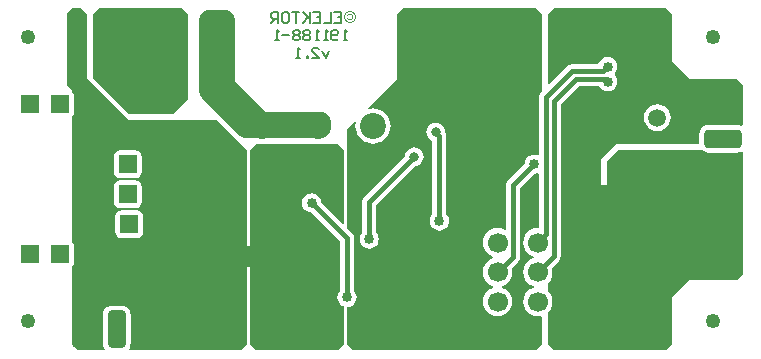
<source format=gbl>
%FSLAX44Y44*%
%MOMM*%
G71*
G01*
G75*
G04 Layer_Physical_Order=2*
G04 Layer_Color=16711680*
%ADD10R,2.5000X2.3000*%
%ADD11R,1.2500X1.7500*%
%ADD12R,2.3000X2.5000*%
%ADD13R,1.7500X1.2500*%
%ADD14R,0.4318X1.4224*%
%ADD15R,2.4130X3.0988*%
%ADD16R,1.7272X0.5334*%
%ADD17R,2.0000X2.2000*%
%ADD18O,1.7000X0.3000*%
%ADD19R,1.5700X1.8800*%
%ADD20R,2.0000X4.1000*%
%ADD21C,0.4000*%
%ADD22C,1.8000*%
%ADD23C,1.2500*%
%ADD24C,0.5080*%
%ADD25C,1.7000*%
%ADD26C,0.3000*%
%ADD27C,0.6000*%
%ADD28C,0.1524*%
%ADD29C,2.2000*%
%ADD30C,1.5000*%
%ADD31C,0.7000*%
%ADD32C,1.2500*%
%ADD33C,0.6500*%
G04:AMPARAMS|DCode=34|XSize=3.2mm|YSize=1.6mm|CornerRadius=0.4mm|HoleSize=0mm|Usage=FLASHONLY|Rotation=90.000|XOffset=0mm|YOffset=0mm|HoleType=Round|Shape=RoundedRectangle|*
%AMROUNDEDRECTD34*
21,1,3.2000,0.8000,0,0,90.0*
21,1,2.4000,1.6000,0,0,90.0*
1,1,0.8000,0.4000,1.2000*
1,1,0.8000,0.4000,-1.2000*
1,1,0.8000,-0.4000,-1.2000*
1,1,0.8000,-0.4000,1.2000*
%
%ADD34ROUNDEDRECTD34*%
G04:AMPARAMS|DCode=35|XSize=3.2mm|YSize=1.6mm|CornerRadius=0.4mm|HoleSize=0mm|Usage=FLASHONLY|Rotation=180.000|XOffset=0mm|YOffset=0mm|HoleType=Round|Shape=RoundedRectangle|*
%AMROUNDEDRECTD35*
21,1,3.2000,0.8000,0,0,180.0*
21,1,2.4000,1.6000,0,0,180.0*
1,1,0.8000,-1.2000,0.4000*
1,1,0.8000,1.2000,0.4000*
1,1,0.8000,1.2000,-0.4000*
1,1,0.8000,-1.2000,-0.4000*
%
%ADD35ROUNDEDRECTD35*%
%ADD36C,1.7000*%
G04:AMPARAMS|DCode=37|XSize=1.6mm|YSize=1.6mm|CornerRadius=0.16mm|HoleSize=0mm|Usage=FLASHONLY|Rotation=180.000|XOffset=0mm|YOffset=0mm|HoleType=Round|Shape=RoundedRectangle|*
%AMROUNDEDRECTD37*
21,1,1.6000,1.2800,0,0,180.0*
21,1,1.2800,1.6000,0,0,180.0*
1,1,0.3200,-0.6400,0.6400*
1,1,0.3200,0.6400,0.6400*
1,1,0.3200,0.6400,-0.6400*
1,1,0.3200,-0.6400,-0.6400*
%
%ADD37ROUNDEDRECTD37*%
%ADD38C,0.8500*%
%ADD39C,1.1000*%
%ADD40C,0.8050*%
%ADD41C,0.8000*%
G36*
X297500Y25000D02*
Y-37463D01*
X296327Y-37949D01*
X278092Y-19714D01*
X277852Y-17896D01*
X277040Y-15935D01*
X275748Y-14252D01*
X274065Y-12960D01*
X272104Y-12148D01*
X270000Y-11870D01*
X267896Y-12148D01*
X265935Y-12960D01*
X264251Y-14252D01*
X262960Y-15935D01*
X262148Y-17896D01*
X261870Y-20000D01*
X262148Y-22104D01*
X262960Y-24065D01*
X264251Y-25749D01*
X265935Y-27040D01*
X267896Y-27852D01*
X269714Y-28092D01*
X294076Y-52454D01*
Y-94480D01*
X292960Y-95935D01*
X292148Y-97896D01*
X291870Y-100000D01*
X292148Y-102104D01*
X292960Y-104065D01*
X294252Y-105749D01*
X295935Y-107040D01*
X297500Y-107689D01*
Y-140000D01*
X292500Y-145000D01*
X222500D01*
X217500Y-140000D01*
Y25000D01*
X222500Y30000D01*
X292500D01*
X297500Y25000D01*
D02*
G37*
G36*
X80000Y140000D02*
Y85000D01*
X115000Y50000D01*
X130000D01*
X190000Y50000D01*
X200000Y40000D01*
X215000Y25000D01*
Y-140000D01*
X210000Y-145000D01*
X115676D01*
X115114Y-143861D01*
X115822Y-142939D01*
X116609Y-141039D01*
X116877Y-139000D01*
Y-115000D01*
X116609Y-112961D01*
X115822Y-111061D01*
X114570Y-109430D01*
X112939Y-108178D01*
X111039Y-107391D01*
X109000Y-107123D01*
X101000D01*
X98961Y-107391D01*
X97061Y-108178D01*
X95430Y-109430D01*
X94178Y-111061D01*
X93391Y-112961D01*
X93123Y-115000D01*
Y-139000D01*
X93391Y-141039D01*
X94178Y-142939D01*
X94886Y-143861D01*
X94324Y-145000D01*
X72500D01*
X67500Y-140000D01*
Y-73801D01*
X67500Y-73800D01*
X68696Y-72011D01*
X69116Y-69900D01*
Y-57100D01*
X68696Y-54989D01*
X67500Y-53200D01*
X67500Y-53199D01*
X67500Y53274D01*
X68646Y54989D01*
X69066Y57100D01*
Y69900D01*
X68646Y72011D01*
X67500Y73726D01*
Y75000D01*
X62500Y80000D01*
Y140000D01*
X67500Y145000D01*
X75000D01*
X80000Y140000D01*
D02*
G37*
G36*
X302712Y142419D02*
X302953Y142406D01*
X303398Y142330D01*
X303817Y142228D01*
X304007Y142165D01*
X304185Y142101D01*
X304350Y142038D01*
X304503Y141974D01*
X304630Y141923D01*
X304744Y141873D01*
X304833Y141834D01*
X304897Y141796D01*
X304935Y141784D01*
X304947Y141771D01*
X305163Y141644D01*
X305379Y141504D01*
X305570Y141365D01*
X305747Y141212D01*
X305912Y141060D01*
X306078Y140895D01*
X306217Y140742D01*
X306344Y140603D01*
X306446Y140463D01*
X306548Y140336D01*
X306636Y140222D01*
X306700Y140120D01*
X306751Y140031D01*
X306801Y139968D01*
X306814Y139930D01*
X306827Y139917D01*
X306941Y139688D01*
X307043Y139460D01*
X307144Y139231D01*
X307221Y139015D01*
X307335Y138596D01*
X307386Y138393D01*
X307411Y138202D01*
X307449Y138037D01*
X307462Y137885D01*
X307475Y137745D01*
X307487Y137631D01*
X307500Y137529D01*
Y137466D01*
Y137415D01*
Y137402D01*
X307487Y137161D01*
X307475Y136920D01*
X307398Y136462D01*
X307297Y136043D01*
X307233Y135853D01*
X307170Y135662D01*
X307106Y135497D01*
X307043Y135345D01*
X306992Y135218D01*
X306941Y135104D01*
X306903Y135015D01*
X306865Y134951D01*
X306852Y134913D01*
X306840Y134900D01*
X306713Y134684D01*
X306573Y134481D01*
X306420Y134291D01*
X306268Y134113D01*
X306116Y133948D01*
X305963Y133795D01*
X305811Y133656D01*
X305658Y133529D01*
X305532Y133414D01*
X305392Y133313D01*
X305278Y133237D01*
X305176Y133173D01*
X305100Y133110D01*
X305036Y133071D01*
X304998Y133059D01*
X304985Y133046D01*
X304757Y132932D01*
X304528Y132830D01*
X304312Y132741D01*
X304084Y132665D01*
X303665Y132551D01*
X303461Y132500D01*
X303284Y132475D01*
X303106Y132437D01*
X302953Y132424D01*
X302826Y132411D01*
X302699Y132398D01*
X302610Y132386D01*
X302484D01*
X302242Y132398D01*
X302001Y132411D01*
X301544Y132487D01*
X301112Y132589D01*
X300921Y132652D01*
X300744Y132716D01*
X300578Y132779D01*
X300426Y132843D01*
X300299Y132894D01*
X300185Y132944D01*
X300096Y132983D01*
X300032Y133021D01*
X299994Y133033D01*
X299982Y133046D01*
X299766Y133173D01*
X299562Y133313D01*
X299372Y133465D01*
X299181Y133618D01*
X299016Y133770D01*
X298864Y133922D01*
X298737Y134075D01*
X298610Y134227D01*
X298496Y134354D01*
X298394Y134494D01*
X298318Y134608D01*
X298254Y134710D01*
X298191Y134786D01*
X298153Y134850D01*
X298140Y134888D01*
X298127Y134900D01*
X298013Y135129D01*
X297899Y135358D01*
X297810Y135573D01*
X297734Y135802D01*
X297619Y136221D01*
X297569Y136424D01*
X297543Y136602D01*
X297505Y136780D01*
X297492Y136932D01*
X297480Y137059D01*
X297467Y137186D01*
X297454Y137275D01*
Y137339D01*
Y137389D01*
Y137402D01*
X297467Y137643D01*
X297480Y137885D01*
X297556Y138342D01*
X297670Y138774D01*
X297734Y138964D01*
X297785Y139155D01*
X297848Y139320D01*
X297911Y139472D01*
X297975Y139599D01*
X298026Y139714D01*
X298064Y139803D01*
X298102Y139866D01*
X298115Y139904D01*
X298127Y139917D01*
X298254Y140133D01*
X298407Y140349D01*
X298547Y140539D01*
X298699Y140717D01*
X298864Y140882D01*
X299016Y141034D01*
X299169Y141174D01*
X299321Y141301D01*
X299461Y141403D01*
X299588Y141504D01*
X299702Y141580D01*
X299804Y141657D01*
X299893Y141707D01*
X299956Y141746D01*
X299994Y141758D01*
X300007Y141771D01*
X300236Y141885D01*
X300464Y141987D01*
X300680Y142076D01*
X300909Y142152D01*
X301315Y142266D01*
X301518Y142317D01*
X301696Y142355D01*
X301861Y142381D01*
X302014Y142393D01*
X302153Y142406D01*
X302268Y142419D01*
X302356Y142431D01*
X302484D01*
X302712Y142419D01*
D02*
G37*
G36*
X465000Y140000D02*
Y74598D01*
X464441Y74039D01*
X463157Y72117D01*
X462706Y69850D01*
Y20812D01*
X461650Y20107D01*
X460574Y20552D01*
X458470Y20830D01*
X456366Y20552D01*
X454405Y19740D01*
X452721Y18448D01*
X451430Y16765D01*
X450617Y14804D01*
X450378Y12986D01*
X436501Y-891D01*
X435217Y-2813D01*
X434766Y-5080D01*
Y-42283D01*
X433708Y-42987D01*
D01*
D01*
X430714Y-41747D01*
X427500Y-41324D01*
X424286Y-41747D01*
X421292Y-42987D01*
X418720Y-44960D01*
X416747Y-47532D01*
X415507Y-50526D01*
X415084Y-53740D01*
X415507Y-56954D01*
X416747Y-59948D01*
X418720Y-62520D01*
X421292Y-64493D01*
X423977Y-65605D01*
Y-66875D01*
X421292Y-67987D01*
X418720Y-69960D01*
X416747Y-72532D01*
X415507Y-75526D01*
X415084Y-78740D01*
X415507Y-81954D01*
X416747Y-84948D01*
X418720Y-87520D01*
X421292Y-89493D01*
X423977Y-90605D01*
Y-91875D01*
X421292Y-92987D01*
X418720Y-94960D01*
X416747Y-97532D01*
X415507Y-100526D01*
X415084Y-103740D01*
X415507Y-106954D01*
X416747Y-109948D01*
X418720Y-112520D01*
X421292Y-114493D01*
X424286Y-115733D01*
X427500Y-116156D01*
X430714Y-115733D01*
X433708Y-114493D01*
X436280Y-112520D01*
X438253Y-109948D01*
X439493Y-106954D01*
X439916Y-103740D01*
X439493Y-100526D01*
X438253Y-97532D01*
X436280Y-94960D01*
X433708Y-92987D01*
X431023Y-91875D01*
Y-90605D01*
X433708Y-89493D01*
X436280Y-87520D01*
X438253Y-84948D01*
X439493Y-81954D01*
X439916Y-78740D01*
X439493Y-75526D01*
X439375Y-75242D01*
X444879Y-69739D01*
X446163Y-67817D01*
X446614Y-65550D01*
Y-7534D01*
X458756Y4608D01*
X460574Y4848D01*
X461650Y5293D01*
X462706Y4588D01*
Y-40519D01*
X461751Y-41357D01*
X461500Y-41324D01*
X458287Y-41747D01*
X455292Y-42987D01*
X452720Y-44960D01*
X450747Y-47532D01*
X449507Y-50526D01*
X449084Y-53740D01*
X449507Y-56954D01*
X450747Y-59948D01*
X452720Y-62520D01*
X455292Y-64493D01*
X457977Y-65605D01*
Y-66875D01*
X455292Y-67987D01*
X452720Y-69960D01*
X450747Y-72532D01*
X449507Y-75526D01*
X449084Y-78740D01*
X449507Y-81954D01*
X450747Y-84948D01*
X452720Y-87520D01*
X455292Y-89493D01*
X457977Y-90605D01*
Y-91875D01*
X455292Y-92987D01*
X452720Y-94960D01*
X450747Y-97532D01*
X449507Y-100526D01*
X449084Y-103740D01*
X449507Y-106954D01*
X450747Y-109948D01*
X452720Y-112520D01*
X455292Y-114493D01*
X458287Y-115733D01*
X461500Y-116156D01*
X464045Y-115821D01*
X465000Y-116658D01*
Y-140000D01*
X460000Y-145000D01*
X305000D01*
X300000Y-140000D01*
Y-108130D01*
X302104Y-107852D01*
X304065Y-107040D01*
X305749Y-105749D01*
X307040Y-104065D01*
X307852Y-102104D01*
X308130Y-100000D01*
X307852Y-97896D01*
X307040Y-95935D01*
X305924Y-94480D01*
Y-50000D01*
X305473Y-47733D01*
X304189Y-45811D01*
X300000Y-41623D01*
Y42500D01*
X306428Y48928D01*
X307517Y48275D01*
X307404Y47903D01*
X307118Y45000D01*
X307404Y42097D01*
X308251Y39305D01*
X309626Y36732D01*
X311477Y34477D01*
X313732Y32626D01*
X316305Y31251D01*
X319097Y30404D01*
X322000Y30118D01*
X324903Y30404D01*
X327695Y31251D01*
X330268Y32626D01*
X332523Y34477D01*
X334374Y36732D01*
X335749Y39305D01*
X336596Y42097D01*
X336882Y45000D01*
X336596Y47903D01*
X335749Y50695D01*
X334374Y53268D01*
X332523Y55523D01*
X330268Y57374D01*
X327695Y58749D01*
X324903Y59596D01*
X322000Y59882D01*
X319097Y59596D01*
X318725Y59483D01*
X318072Y60572D01*
X342500Y85000D01*
Y140000D01*
X347500Y145000D01*
X460000D01*
X465000Y140000D01*
D02*
G37*
G36*
X165000Y140000D02*
X165000Y67500D01*
X152500Y55000D01*
X115494D01*
X85000Y85494D01*
Y140000D01*
X90000Y145000D01*
X160000D01*
X165000Y140000D01*
D02*
G37*
G36*
X575000Y140000D02*
Y100000D01*
X590000Y85000D01*
X630000D01*
X635000Y80000D01*
Y45861D01*
X633944Y45155D01*
X632149Y45899D01*
X630110Y46167D01*
X606110D01*
X604071Y45899D01*
X602171Y45112D01*
X600540Y43860D01*
X599288Y42229D01*
X598501Y40329D01*
X598233Y38290D01*
Y30290D01*
X597978Y30000D01*
X527500D01*
X515000Y17500D01*
Y-5000D01*
X520000D01*
Y15000D01*
X530000Y25000D01*
X600325D01*
X600540Y24720D01*
X602171Y23468D01*
X604071Y22681D01*
X606110Y22413D01*
X630110D01*
X632149Y22681D01*
X633944Y23425D01*
X635000Y22719D01*
Y-80000D01*
X630000Y-85000D01*
X590000D01*
X575000Y-100000D01*
Y-140000D01*
X570000Y-145000D01*
X475000D01*
X470000Y-140000D01*
X469900Y-139700D01*
X469920Y-112795D01*
X470280Y-112520D01*
X472253Y-109948D01*
X473493Y-106954D01*
X473916Y-103740D01*
X473493Y-100526D01*
X472253Y-97532D01*
X470280Y-94960D01*
X469933Y-94695D01*
X469939Y-87781D01*
X470280Y-87520D01*
X472253Y-84948D01*
X473493Y-81954D01*
X473916Y-78740D01*
X473493Y-75526D01*
X473375Y-75242D01*
X479169Y-69449D01*
X480453Y-67527D01*
X480904Y-65260D01*
Y-10000D01*
Y63586D01*
X496484Y79166D01*
X513377D01*
X513660Y78485D01*
X514952Y76802D01*
X516635Y75510D01*
X518596Y74697D01*
X520700Y74420D01*
X522804Y74697D01*
X524765Y75510D01*
X526449Y76802D01*
X527740Y78485D01*
X528553Y80446D01*
X528829Y82550D01*
X528553Y84654D01*
X527740Y86615D01*
X526449Y88298D01*
Y89502D01*
X527740Y91185D01*
X528553Y93146D01*
X528829Y95250D01*
X528553Y97354D01*
X527740Y99315D01*
X526449Y100998D01*
X524765Y102290D01*
X522804Y103103D01*
X520700Y103379D01*
X518596Y103103D01*
X516635Y102290D01*
X514952Y100998D01*
X513660Y99315D01*
X512851Y97364D01*
X490220D01*
X487953Y96913D01*
X486031Y95629D01*
X471173Y80771D01*
X470000Y81257D01*
Y140000D01*
X475000Y145000D01*
X570000D01*
X575000Y140000D01*
D02*
G37*
%LPC*%
G36*
X356870Y26927D02*
X354831Y26659D01*
X352931Y25872D01*
X351300Y24620D01*
X350048Y22989D01*
X349261Y21089D01*
X349068Y19626D01*
X314581Y-14861D01*
X313297Y-16783D01*
X312846Y-19050D01*
Y-45280D01*
X311730Y-46735D01*
X310917Y-48696D01*
X310641Y-50800D01*
X310917Y-52904D01*
X311730Y-54865D01*
X313022Y-56549D01*
X314705Y-57840D01*
X316666Y-58653D01*
X318770Y-58930D01*
X320874Y-58653D01*
X322835Y-57840D01*
X324519Y-56549D01*
X325810Y-54865D01*
X326623Y-52904D01*
X326899Y-50800D01*
X326623Y-48696D01*
X325810Y-46735D01*
X324694Y-45280D01*
Y-21504D01*
X357446Y11249D01*
X358909Y11441D01*
X360809Y12228D01*
X362440Y13480D01*
X363692Y15111D01*
X364479Y17011D01*
X364747Y19050D01*
X364479Y21089D01*
X363692Y22989D01*
X362440Y24620D01*
X360809Y25872D01*
X358909Y26659D01*
X356870Y26927D01*
D02*
G37*
G36*
X302585Y141593D02*
X302280D01*
X302090Y141568D01*
X301721Y141504D01*
X301366Y141415D01*
X301061Y141327D01*
X300921Y141276D01*
X300794Y141225D01*
X300693Y141174D01*
X300604Y141136D01*
X300528Y141098D01*
X300477Y141073D01*
X300439Y141060D01*
X300426Y141047D01*
X300070Y140819D01*
X299753Y140577D01*
X299486Y140323D01*
X299270Y140069D01*
X299093Y139841D01*
X299029Y139752D01*
X298966Y139663D01*
X298927Y139599D01*
X298889Y139549D01*
X298864Y139510D01*
Y139498D01*
X298762Y139307D01*
X298673Y139117D01*
X298534Y138748D01*
X298432Y138393D01*
X298369Y138075D01*
X298343Y137936D01*
X298318Y137796D01*
X298305Y137682D01*
Y137593D01*
X298293Y137504D01*
Y137453D01*
Y137415D01*
Y137402D01*
Y137199D01*
X298318Y136996D01*
X298381Y136615D01*
X298470Y136259D01*
X298521Y136107D01*
X298572Y135954D01*
X298623Y135815D01*
X298673Y135688D01*
X298724Y135586D01*
X298762Y135497D01*
X298801Y135421D01*
X298826Y135370D01*
X298839Y135332D01*
X298851Y135319D01*
X299080Y134964D01*
X299321Y134659D01*
X299575Y134392D01*
X299829Y134176D01*
X300058Y133999D01*
X300147Y133935D01*
X300236Y133872D01*
X300299Y133834D01*
X300350Y133795D01*
X300388Y133783D01*
X300401Y133770D01*
X300591Y133668D01*
X300769Y133592D01*
X301137Y133453D01*
X301493Y133364D01*
X301810Y133287D01*
X301950Y133275D01*
X302090Y133249D01*
X302204Y133237D01*
X302293D01*
X302382Y133224D01*
X302484D01*
X302687Y133237D01*
X302877Y133249D01*
X303258Y133313D01*
X303614Y133402D01*
X303931Y133503D01*
X304071Y133554D01*
X304185Y133592D01*
X304300Y133643D01*
X304389Y133681D01*
X304465Y133719D01*
X304515Y133745D01*
X304554Y133770D01*
X304566D01*
X304922Y133999D01*
X305227Y134253D01*
X305493Y134507D01*
X305709Y134761D01*
X305887Y134977D01*
X305951Y135078D01*
X306014Y135154D01*
X306052Y135231D01*
X306090Y135281D01*
X306103Y135307D01*
X306116Y135319D01*
X306217Y135510D01*
X306294Y135688D01*
X306433Y136069D01*
X306522Y136412D01*
X306598Y136729D01*
X306611Y136882D01*
X306636Y137008D01*
X306649Y137123D01*
Y137212D01*
X306662Y137301D01*
Y137351D01*
Y137389D01*
Y137402D01*
X306649Y137605D01*
X306636Y137809D01*
X306573Y138190D01*
X306484Y138545D01*
X306433Y138710D01*
X306382Y138863D01*
X306332Y139002D01*
X306281Y139129D01*
X306230Y139231D01*
X306192Y139320D01*
X306154Y139396D01*
X306128Y139447D01*
X306103Y139485D01*
Y139498D01*
X305874Y139853D01*
X305620Y140158D01*
X305366Y140425D01*
X305112Y140653D01*
X304884Y140819D01*
X304795Y140895D01*
X304706Y140946D01*
X304643Y140996D01*
X304579Y141022D01*
X304554Y141047D01*
X304541D01*
X304350Y141149D01*
X304160Y141225D01*
X303792Y141365D01*
X303449Y141466D01*
X303131Y141530D01*
X302992Y141542D01*
X302864Y141568D01*
X302763Y141580D01*
X302661D01*
X302585Y141593D01*
D02*
G37*
G36*
X121970Y-26184D02*
X109170D01*
X107059Y-26604D01*
X105270Y-27800D01*
X104074Y-29589D01*
X103654Y-31700D01*
Y-44500D01*
X104074Y-46611D01*
X105270Y-48400D01*
X107059Y-49596D01*
X109170Y-50016D01*
X121970D01*
X124081Y-49596D01*
X125870Y-48400D01*
X127066Y-46611D01*
X127486Y-44500D01*
Y-31700D01*
X127066Y-29589D01*
X125870Y-27800D01*
X124081Y-26604D01*
X121970Y-26184D01*
D02*
G37*
G36*
X120700Y24616D02*
X107900D01*
X105789Y24196D01*
X104000Y23000D01*
X102804Y21211D01*
X102384Y19100D01*
Y6300D01*
X102804Y4189D01*
X104000Y2400D01*
X105789Y1204D01*
X107900Y784D01*
X120700D01*
X122811Y1204D01*
X124600Y2400D01*
X125796Y4189D01*
X126216Y6300D01*
Y19100D01*
X125796Y21211D01*
X124600Y23000D01*
X122811Y24196D01*
X120700Y24616D01*
D02*
G37*
G36*
Y-784D02*
X107900D01*
X105789Y-1204D01*
X104000Y-2400D01*
X102804Y-4189D01*
X102384Y-6300D01*
Y-19100D01*
X102804Y-21211D01*
X104000Y-23000D01*
X105789Y-24196D01*
X107900Y-24616D01*
X120700D01*
X122811Y-24196D01*
X124600Y-23000D01*
X125796Y-21211D01*
X126216Y-19100D01*
Y-6300D01*
X125796Y-4189D01*
X124600Y-2400D01*
X122811Y-1204D01*
X120700Y-784D01*
D02*
G37*
G36*
X375000Y47903D02*
X372955Y47633D01*
X371049Y46844D01*
X369412Y45588D01*
X368156Y43951D01*
X367367Y42045D01*
X367097Y40000D01*
X367367Y37955D01*
X368156Y36049D01*
X369412Y34412D01*
X371049Y33156D01*
X372326Y32627D01*
Y-29830D01*
X371210Y-31285D01*
X370397Y-33246D01*
X370121Y-35350D01*
X370397Y-37454D01*
X371210Y-39415D01*
X372502Y-41098D01*
X374185Y-42390D01*
X376146Y-43203D01*
X378250Y-43480D01*
X380354Y-43203D01*
X382315Y-42390D01*
X383998Y-41098D01*
X385290Y-39415D01*
X386103Y-37454D01*
X386380Y-35350D01*
X386103Y-33246D01*
X385290Y-31285D01*
X384174Y-29830D01*
Y36750D01*
X383723Y39017D01*
X382863Y40305D01*
X382633Y42045D01*
X381844Y43951D01*
X380588Y45588D01*
X378951Y46844D01*
X377045Y47633D01*
X375000Y47903D01*
D02*
G37*
G36*
X562610Y63478D02*
X559658Y63089D01*
X556906Y61949D01*
X554544Y60136D01*
X552731Y57774D01*
X551591Y55023D01*
X551202Y52070D01*
X551591Y49117D01*
X552731Y46366D01*
X554544Y44004D01*
X556906Y42191D01*
X559658Y41051D01*
X562610Y40662D01*
X565563Y41051D01*
X568314Y42191D01*
X570676Y44004D01*
X572489Y46366D01*
X573629Y49117D01*
X574018Y52070D01*
X573629Y55023D01*
X572489Y57774D01*
X570676Y60136D01*
X568314Y61949D01*
X565563Y63089D01*
X562610Y63478D01*
D02*
G37*
%LPD*%
G36*
X302699Y140209D02*
X302966Y140171D01*
X303207Y140120D01*
X303423Y140056D01*
X303588Y139993D01*
X303715Y139942D01*
X303766Y139917D01*
X303804Y139904D01*
X303817Y139891D01*
X303830D01*
X304046Y139752D01*
X304236Y139599D01*
X304389Y139434D01*
X304528Y139282D01*
X304630Y139142D01*
X304706Y139015D01*
X304757Y138939D01*
X304769Y138926D01*
Y138913D01*
X304884Y138659D01*
X304960Y138406D01*
X305023Y138152D01*
X305062Y137910D01*
X305087Y137707D01*
Y137618D01*
X305100Y137542D01*
Y137478D01*
Y137428D01*
Y137402D01*
Y137389D01*
X305087Y137148D01*
X305074Y136907D01*
X305036Y136691D01*
X304985Y136488D01*
X304935Y136310D01*
X304871Y136132D01*
X304808Y135967D01*
X304731Y135827D01*
X304668Y135700D01*
X304604Y135599D01*
X304541Y135497D01*
X304490Y135421D01*
X304439Y135358D01*
X304401Y135319D01*
X304389Y135294D01*
X304376Y135281D01*
X304236Y135154D01*
X304084Y135040D01*
X303931Y134938D01*
X303766Y134850D01*
X303601Y134773D01*
X303449Y134710D01*
X303144Y134621D01*
X303004Y134595D01*
X302877Y134570D01*
X302763Y134557D01*
X302661Y134545D01*
X302585Y134532D01*
X302471D01*
X302141Y134557D01*
X301836Y134608D01*
X301569Y134684D01*
X301341Y134786D01*
X301150Y134875D01*
X301074Y134913D01*
X301010Y134951D01*
X300959Y134977D01*
X300921Y135002D01*
X300909Y135027D01*
X300896D01*
X300667Y135231D01*
X300490Y135446D01*
X300337Y135662D01*
X300223Y135878D01*
X300147Y136069D01*
X300109Y136158D01*
X300083Y136221D01*
X300070Y136285D01*
X300058Y136323D01*
X300045Y136348D01*
Y136361D01*
X300871Y136602D01*
X300934Y136386D01*
X301036Y136196D01*
X301125Y136031D01*
X301226Y135904D01*
X301328Y135789D01*
X301404Y135713D01*
X301455Y135662D01*
X301480Y135650D01*
X301658Y135535D01*
X301836Y135446D01*
X302001Y135396D01*
X302166Y135345D01*
X302306Y135319D01*
X302420Y135307D01*
X302522D01*
X302788Y135332D01*
X303030Y135383D01*
X303233Y135472D01*
X303411Y135573D01*
X303550Y135662D01*
X303652Y135751D01*
X303715Y135802D01*
X303741Y135827D01*
X303893Y136043D01*
X304007Y136285D01*
X304084Y136539D01*
X304135Y136793D01*
X304173Y137021D01*
X304185Y137110D01*
Y137199D01*
X304198Y137262D01*
Y137326D01*
Y137351D01*
Y137364D01*
X304173Y137720D01*
X304122Y138037D01*
X304046Y138304D01*
X303944Y138532D01*
X303855Y138698D01*
X303779Y138825D01*
X303728Y138901D01*
X303703Y138926D01*
X303601Y139028D01*
X303500Y139104D01*
X303296Y139244D01*
X303080Y139345D01*
X302877Y139409D01*
X302699Y139447D01*
X302560Y139460D01*
X302509Y139472D01*
X302433D01*
X302242Y139460D01*
X302064Y139434D01*
X301912Y139383D01*
X301785Y139345D01*
X301671Y139295D01*
X301582Y139244D01*
X301531Y139218D01*
X301518Y139206D01*
X301379Y139091D01*
X301264Y138977D01*
X301150Y138850D01*
X301074Y138723D01*
X301010Y138609D01*
X300959Y138520D01*
X300934Y138469D01*
X300921Y138444D01*
X300134Y138647D01*
X300236Y138901D01*
X300350Y139129D01*
X300490Y139333D01*
X300617Y139485D01*
X300744Y139625D01*
X300845Y139714D01*
X300921Y139777D01*
X300934Y139790D01*
X300947D01*
X301175Y139930D01*
X301417Y140044D01*
X301671Y140120D01*
X301899Y140171D01*
X302103Y140196D01*
X302191Y140209D01*
X302255Y140222D01*
X302407D01*
X302699Y140209D01*
D02*
G37*
D21*
X440690Y-5080D02*
X458470Y12700D01*
X440690Y-65550D02*
Y-5080D01*
X427500Y-78740D02*
X440690Y-65550D01*
X318770Y-19050D02*
X356870Y19050D01*
X318770Y-50800D02*
Y-19050D01*
X468630Y69850D02*
X490220Y91440D01*
X468630Y-46610D02*
Y69850D01*
X461500Y-53740D02*
X468630Y-46610D01*
X474980Y66040D02*
X494030Y85090D01*
X474980Y-65260D02*
Y66040D01*
X461500Y-78740D02*
X474980Y-65260D01*
X378250Y-35350D02*
Y36750D01*
X490220Y91440D02*
X516890D01*
X494030Y85090D02*
X518160D01*
X520700Y82550D01*
X516890Y91440D02*
X520700Y95250D01*
X375000Y40000D02*
X378250Y36750D01*
X270000Y-20000D02*
X300000Y-50000D01*
Y-100000D02*
Y-50000D01*
D23*
X202500Y-62500D02*
X230000D01*
X202500Y-67500D02*
Y-62500D01*
X230000D02*
X243750Y-48750D01*
X225000Y-67500D02*
X230000Y-62500D01*
X202500Y-67500D02*
X225000D01*
X230000Y-62500D02*
X232500Y-60000D01*
X225000Y-67500D02*
X247500D01*
X255000Y-60000D01*
X75000Y10000D02*
X103100Y38100D01*
X75000Y-135000D02*
Y10000D01*
X103100Y38100D02*
X114300D01*
D25*
X182880Y135000D02*
X190000D01*
X182880Y74930D02*
Y135000D01*
X196470Y80900D02*
Y135000D01*
X190000D02*
X196470D01*
X182880Y74930D02*
X214630Y43180D01*
X278130D01*
X185000Y90590D02*
X227330Y48260D01*
X195580Y80010D02*
Y96520D01*
Y80010D02*
X196470Y80900D01*
X278130Y43180D02*
Y48260D01*
X227330D02*
X278130D01*
D28*
X285000Y108425D02*
X282038Y102500D01*
X279075Y108425D01*
X270188Y102500D02*
X276113D01*
X270188Y108425D01*
Y109906D01*
X271669Y111387D01*
X274632D01*
X276113Y109906D01*
X267226Y102500D02*
Y103981D01*
X265745D01*
Y102500D01*
X267226D01*
X259820D02*
X256857D01*
X258339D01*
Y111387D01*
X259820Y109906D01*
X300000Y117500D02*
X297038D01*
X298519D01*
Y126387D01*
X300000Y124906D01*
X292594Y118981D02*
X291113Y117500D01*
X288151D01*
X286669Y118981D01*
Y124906D01*
X288151Y126387D01*
X291113D01*
X292594Y124906D01*
Y123425D01*
X291113Y121944D01*
X286669D01*
X283707Y117500D02*
X280744D01*
X282226D01*
Y126387D01*
X283707Y124906D01*
X276301Y117500D02*
X273339D01*
X274820D01*
Y126387D01*
X276301Y124906D01*
X268895D02*
X267414Y126387D01*
X264452D01*
X262970Y124906D01*
Y123425D01*
X264452Y121944D01*
X262970Y120462D01*
Y118981D01*
X264452Y117500D01*
X267414D01*
X268895Y118981D01*
Y120462D01*
X267414Y121944D01*
X268895Y123425D01*
Y124906D01*
X267414Y121944D02*
X264452D01*
X260008Y124906D02*
X258527Y126387D01*
X255564D01*
X254083Y124906D01*
Y123425D01*
X255564Y121944D01*
X254083Y120462D01*
Y118981D01*
X255564Y117500D01*
X258527D01*
X260008Y118981D01*
Y120462D01*
X258527Y121944D01*
X260008Y123425D01*
Y124906D01*
X258527Y121944D02*
X255564D01*
X251121D02*
X245196D01*
X242234Y117500D02*
X239271D01*
X240753D01*
Y126387D01*
X242234Y124906D01*
X289275Y141387D02*
X295200D01*
Y132500D01*
X289275D01*
X295200Y136944D02*
X292238D01*
X286313Y141387D02*
Y132500D01*
X280388D01*
X271501Y141387D02*
X277426D01*
Y132500D01*
X271501D01*
X277426Y136944D02*
X274463D01*
X268539Y141387D02*
Y132500D01*
Y135462D01*
X262614Y141387D01*
X267057Y136944D01*
X262614Y132500D01*
X259652Y141387D02*
X253727D01*
X256689D01*
Y132500D01*
X246321Y141387D02*
X249283D01*
X250764Y139906D01*
Y133981D01*
X249283Y132500D01*
X246321D01*
X244840Y133981D01*
Y139906D01*
X246321Y141387D01*
X241877Y132500D02*
Y141387D01*
X237434D01*
X235952Y139906D01*
Y136944D01*
X237434Y135462D01*
X241877D01*
X238915D02*
X235952Y132500D01*
D29*
X322000Y45000D02*
D03*
X275000D02*
D03*
X228000D02*
D03*
D30*
X562610Y52070D02*
D03*
D31*
X515874Y45974D02*
D03*
Y38100D02*
D03*
Y30226D02*
D03*
X508000Y45974D02*
D03*
Y38100D02*
D03*
Y30226D02*
D03*
X500126Y45974D02*
D03*
Y38100D02*
D03*
Y30226D02*
D03*
X107874Y117874D02*
D03*
Y110000D02*
D03*
Y102126D02*
D03*
X100000Y117874D02*
D03*
Y110000D02*
D03*
Y102126D02*
D03*
X92126Y117874D02*
D03*
Y110000D02*
D03*
Y102126D02*
D03*
D32*
X30000Y120000D02*
D03*
Y-120000D02*
D03*
X610000D02*
D03*
Y120000D02*
D03*
D33*
X205000Y-65000D02*
D03*
X209500Y-59000D02*
D03*
Y-71000D02*
D03*
X200500D02*
D03*
Y-59000D02*
D03*
D34*
X75000Y-127000D02*
D03*
X105000D02*
D03*
X150000Y127000D02*
D03*
X190000D02*
D03*
D35*
X618110Y-34290D02*
D03*
Y34290D02*
D03*
D36*
X427500Y-78740D02*
D03*
Y-53740D02*
D03*
Y-103740D02*
D03*
X461500Y-78740D02*
D03*
Y-53740D02*
D03*
Y-103740D02*
D03*
D37*
X114300Y38100D02*
D03*
X115570Y-38100D02*
D03*
X57200Y-63500D02*
D03*
X57150Y63500D02*
D03*
X114300Y-12700D02*
D03*
Y12700D02*
D03*
X31800Y63500D02*
D03*
X31750Y-63500D02*
D03*
D38*
X552450Y-15240D02*
D03*
Y-27940D02*
D03*
X495000Y-15000D02*
D03*
X505000Y-27700D02*
D03*
X495000D02*
D03*
X485000D02*
D03*
X505000Y-15000D02*
D03*
X485000D02*
D03*
X160000Y-10000D02*
D03*
X175000Y-25000D02*
D03*
X145000D02*
D03*
X74930Y138430D02*
D03*
X67310D02*
D03*
X400050Y-22860D02*
D03*
X205000Y-35000D02*
D03*
Y-45000D02*
D03*
X210000Y-85000D02*
D03*
X202500Y-90000D02*
D03*
X195000Y-85000D02*
D03*
X378250Y-35350D02*
D03*
X300000Y-100000D02*
D03*
X270000Y-20000D02*
D03*
X318770Y-50800D02*
D03*
X520700Y82550D02*
D03*
X458470Y12700D02*
D03*
X520700Y95250D02*
D03*
D39*
X270000Y-45000D02*
D03*
X243750Y-48750D02*
D03*
X255000Y-60000D02*
D03*
D40*
X375000Y40000D02*
D03*
D41*
X356870Y19050D02*
D03*
M02*

</source>
